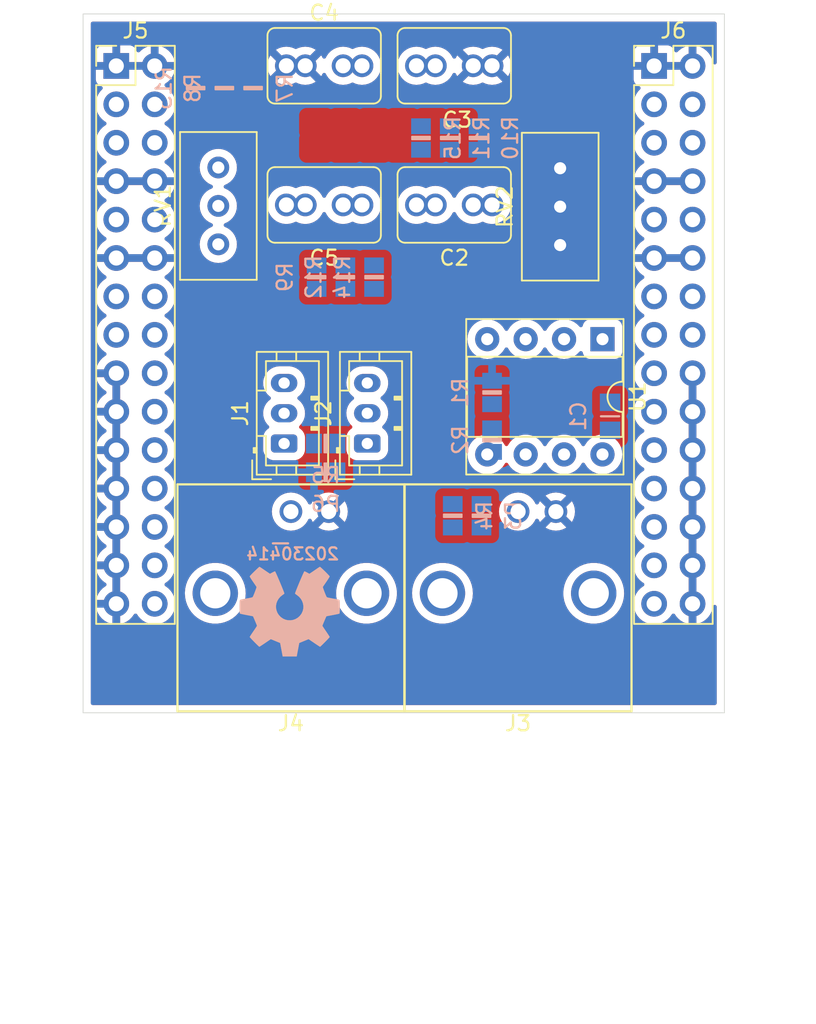
<source format=kicad_pcb>
(kicad_pcb (version 20211014) (generator pcbnew)
  (layers (0 "F.Cu" signal) (31 "B.Cu" signal) (34 "B.Paste" user) (35 "F.Paste" user) (36 "B.SilkS" user "B.Silkscreen") (37 "F.SilkS" user "F.Silkscreen") (38 "B.Mask" user) (39 "F.Mask" user) (44 "Edge.Cuts" user))
  (net 0 "")
  (net 1 "/FILT_IN")
  (net 2 "GND")
  (net 3 "+15V")
  (net 4 "-15V")
  (net 31 "Net-(C2-Pad2)")
  (net 32 "Net-(C3-Pad2)")
  (net 33 "/FILT_OUT")
  (net 34 "/ATT_IN")
  (net 35 "Net-(R1-Pad2)")
  (net 36 "Net-(R2-Pad2)")
  (net 40 "/OUTPUT")
  (net 41 "/ATT_OUT")
  (net 42 "Net-(R7-Pad1)")
  (net 43 "Net-(R7-Pad2)")
  (net 44 "Net-(R9-Pad1)")
  (net 45 "Net-(R10-Pad2)")
  (net 46 "Net-(RV2-Pad3)")
  (net 47 "Net-(J4-Pad1)")
  (net 48 "Net-(U1-Pad3)")
  (footprint "SquantorRcl:C-025_050-050X100-film" (layer "F.Cu") (at 83.3 49.525 180)
    (fp_text reference "C3" (at -0.2 -3.575) (layer "F.SilkS"))
    (fp_text value "D")
    (fp_line (start 3.75 2) (end 3.75 -2) (layer "F.SilkS") (width 0.12))
    (fp_line (start 3.25 -2.5) (end -3.25 -2.5) (layer "F.SilkS") (width 0.12))
    (fp_line (start -3.75 -2) (end -3.75 2) (layer "F.SilkS") (width 0.12))
    (fp_line (start -3.25 2.5) (end 3.25 2.5) (layer "F.SilkS") (width 0.12))
    (fp_arc (start -3.25 2.5) (mid -3.603553 2.353553) (end -3.75 2) (layer "F.SilkS") (width 0.12))
    (fp_arc (start 3.75 2) (mid 3.603553 2.353553) (end 3.25 2.5) (layer "F.SilkS") (width 0.12))
    (fp_arc (start 3.25 -2.5) (mid 3.603553 -2.353553) (end 3.75 -2) (layer "F.SilkS") (width 0.12))
    (fp_arc (start -3.75 -2) (mid -3.603553 -2.353553) (end -3.25 -2.5) (layer "F.SilkS") (width 0.12))
    (pad "1" thru_hole circle (at -1.25 0 180) (size 1.5 1.5) (drill 1) (layers *.Cu *.Mask) (net 2 "GND"))
    (pad "1" thru_hole circle (at -2.5 0 180) (size 1.5 1.5) (drill 1) (layers *.Cu *.Mask) (net 2 "GND"))
    (pad "2" thru_hole circle (at 1.25 0 180) (size 1.5 1.5) (drill 1) (layers *.Cu *.Mask) (net 32 "Net-(C3-Pad2)"))
    (pad "2" thru_hole circle (at 2.5 0 180) (size 1.5 1.5) (drill 1) (layers *.Cu *.Mask) (net 32 "Net-(C3-Pad2)"))
  )
  (footprint "Connector_PinHeader_2.54mm:PinHeader_2x15_P2.54mm_Vertical" (layer "F.Cu") (at 60.955 49.535)
    (fp_text reference "J5" (at 1.27 -2.33) (layer "F.SilkS"))
    (fp_text value "module_2x15_left_input")
    (fp_line (start 1.27 1.27) (end 1.27 -1.33) (layer "F.SilkS") (width 0.12))
    (fp_line (start -1.33 1.27) (end 1.27 1.27) (layer "F.SilkS") (width 0.12))
    (fp_line (start 3.87 -1.33) (end 3.87 36.89) (layer "F.SilkS") (width 0.12))
    (fp_line (start -1.33 -1.33) (end 0 -1.33) (layer "F.SilkS") (width 0.12))
    (fp_line (start -1.33 1.27) (end -1.33 36.89) (layer "F.SilkS") (width 0.12))
    (fp_line (start 1.27 -1.33) (end 3.87 -1.33) (layer "F.SilkS") (width 0.12))
    (fp_line (start -1.33 36.89) (end 3.87 36.89) (layer "F.SilkS") (width 0.12))
    (fp_line (start -1.33 0) (end -1.33 -1.33) (layer "F.SilkS") (width 0.12))
    (pad "1" thru_hole rect (at 0 0) (size 1.7 1.7) (drill 1) (layers *.Cu *.Mask) (net 2 "GND"))
    (pad "2" thru_hole oval (at 2.54 0) (size 1.7 1.7) (drill 1) (layers *.Cu *.Mask) (net 2 "GND"))
    (pad "3" thru_hole oval (at 0 2.54) (size 1.7 1.7) (drill 1) (layers *.Cu *.Mask) (net 3 "+15V"))
    (pad "4" thru_hole oval (at 2.54 2.54) (size 1.7 1.7) (drill 1) (layers *.Cu *.Mask) (net 3 "+15V"))
    (pad "5" thru_hole oval (at 0 5.08) (size 1.7 1.7) (drill 1) (layers *.Cu *.Mask) (net 4 "-15V"))
    (pad "6" thru_hole oval (at 2.54 5.08) (size 1.7 1.7) (drill 1) (layers *.Cu *.Mask) (net 4 "-15V"))
    (pad "7" thru_hole oval (at 0 7.62) (size 1.7 1.7) (drill 1) (layers *.Cu *.Mask) (net 2 "GND"))
    (pad "8" thru_hole oval (at 2.54 7.62) (size 1.7 1.7) (drill 1) (layers *.Cu *.Mask) (net 2 "GND"))
    (pad "9" thru_hole oval (at 0 10.16) (size 1.7 1.7) (drill 1) (layers *.Cu *.Mask))
    (pad "10" thru_hole oval (at 2.54 10.16) (size 1.7 1.7) (drill 1) (layers *.Cu *.Mask))
    (pad "11" thru_hole oval (at 0 12.7) (size 1.7 1.7) (drill 1) (layers *.Cu *.Mask) (net 2 "GND"))
    (pad "12" thru_hole oval (at 2.54 12.7) (size 1.7 1.7) (drill 1) (layers *.Cu *.Mask) (net 2 "GND"))
    (pad "13" thru_hole oval (at 0 15.24) (size 1.7 1.7) (drill 1) (layers *.Cu *.Mask))
    (pad "14" thru_hole oval (at 2.54 15.24) (size 1.7 1.7) (drill 1) (layers *.Cu *.Mask))
    (pad "15" thru_hole oval (at 0 17.78) (size 1.7 1.7) (drill 1) (layers *.Cu *.Mask))
    (pad "16" thru_hole oval (at 2.54 17.78) (size 1.7 1.7) (drill 1) (layers *.Cu *.Mask))
    (pad "17" thru_hole oval (at 0 20.32) (size 1.7 1.7) (drill 1) (layers *.Cu *.Mask) (net 2 "GND"))
    (pad "18" thru_hole oval (at 2.54 20.32) (size 1.7 1.7) (drill 1) (layers *.Cu *.Mask))
    (pad "19" thru_hole oval (at 0 22.86) (size 1.7 1.7) (drill 1) (layers *.Cu *.Mask) (net 2 "GND"))
    (pad "20" thru_hole oval (at 2.54 22.86) (size 1.7 1.7) (drill 1) (layers *.Cu *.Mask))
    (pad "21" thru_hole oval (at 0 25.4) (size 1.7 1.7) (drill 1) (layers *.Cu *.Mask) (net 2 "GND"))
    (pad "22" thru_hole oval (at 2.54 25.4) (size 1.7 1.7) (drill 1) (layers *.Cu *.Mask))
    (pad "23" thru_hole oval (at 0 27.94) (size 1.7 1.7) (drill 1) (layers *.Cu *.Mask) (net 2 "GND"))
    (pad "24" thru_hole oval (at 2.54 27.94) (size 1.7 1.7) (drill 1) (layers *.Cu *.Mask))
    (pad "25" thru_hole oval (at 0 30.48) (size 1.7 1.7) (drill 1) (layers *.Cu *.Mask) (net 2 "GND"))
    (pad "26" thru_hole oval (at 2.54 30.48) (size 1.7 1.7) (drill 1) (layers *.Cu *.Mask))
    (pad "27" thru_hole oval (at 0 33.02) (size 1.7 1.7) (drill 1) (layers *.Cu *.Mask) (net 2 "GND"))
    (pad "28" thru_hole oval (at 2.54 33.02) (size 1.7 1.7) (drill 1) (layers *.Cu *.Mask))
    (pad "29" thru_hole oval (at 0 35.56) (size 1.7 1.7) (drill 1) (layers *.Cu *.Mask) (net 2 "GND"))
    (pad "30" thru_hole oval (at 2.54 35.56) (size 1.7 1.7) (drill 1) (layers *.Cu *.Mask))
  )
  (footprint "SquantorRcl:C-025_050-050X100-film" (layer "F.Cu") (at 83.3 58.725 180)
    (fp_text reference "C2" (at 0 -3.5) (layer "F.SilkS"))
    (fp_text value "D")
    (fp_line (start 3.25 -2.5) (end -3.25 -2.5) (layer "F.SilkS") (width 0.12))
    (fp_line (start -3.25 2.5) (end 3.25 2.5) (layer "F.SilkS") (width 0.12))
    (fp_line (start -3.75 -2) (end -3.75 2) (layer "F.SilkS") (width 0.12))
    (fp_line (start 3.75 2) (end 3.75 -2) (layer "F.SilkS") (width 0.12))
    (fp_arc (start -3.75 -2) (mid -3.603553 -2.353553) (end -3.25 -2.5) (layer "F.SilkS") (width 0.12))
    (fp_arc (start -3.25 2.5) (mid -3.603553 2.353553) (end -3.75 2) (layer "F.SilkS") (width 0.12))
    (fp_arc (start 3.25 -2.5) (mid 3.603553 -2.353553) (end 3.75 -2) (layer "F.SilkS") (width 0.12))
    (fp_arc (start 3.75 2) (mid 3.603553 2.353553) (end 3.25 2.5) (layer "F.SilkS") (width 0.12))
    (pad "1" thru_hole circle (at -2.5 0 180) (size 1.5 1.5) (drill 1) (layers *.Cu *.Mask) (net 1 "/FILT_IN"))
    (pad "1" thru_hole circle (at -1.25 0 180) (size 1.5 1.5) (drill 1) (layers *.Cu *.Mask) (net 1 "/FILT_IN"))
    (pad "2" thru_hole circle (at 1.25 0 180) (size 1.5 1.5) (drill 1) (layers *.Cu *.Mask) (net 31 "Net-(C2-Pad2)"))
    (pad "2" thru_hole circle (at 2.5 0 180) (size 1.5 1.5) (drill 1) (layers *.Cu *.Mask) (net 31 "Net-(C2-Pad2)"))
  )
  (footprint "Package_DIP:DIP-8_W7.62mm_Socket" (layer "F.Cu") (at 93.1 67.6 -90)
    (fp_text reference "U1" (at 3.81 -2.33 90) (layer "F.SilkS"))
    (fp_text value "opamp_single_8pin")
    (fp_line (start 8.95 9.01) (end 8.95 -1.39) (layer "F.SilkS") (width 0.12))
    (fp_line (start 6.46 8.95) (end 6.46 -1.33) (layer "F.SilkS") (width 0.12))
    (fp_line (start -1.33 -1.39) (end -1.33 9.01) (layer "F.SilkS") (width 0.12))
    (fp_line (start -1.33 9.01) (end 8.95 9.01) (layer "F.SilkS") (width 0.12))
    (fp_line (start 6.46 -1.33) (end 4.81 -1.33) (layer "F.SilkS") (width 0.12))
    (fp_line (start 8.95 -1.39) (end -1.33 -1.39) (layer "F.SilkS") (width 0.12))
    (fp_line (start 1.16 8.95) (end 6.46 8.95) (layer "F.SilkS") (width 0.12))
    (fp_line (start 2.81 -1.33) (end 1.16 -1.33) (layer "F.SilkS") (width 0.12))
    (fp_line (start 1.16 -1.33) (end 1.16 8.95) (layer "F.SilkS") (width 0.12))
    (fp_arc (start 4.81 -1.33) (mid 3.81 -0.33) (end 2.81 -1.33) (layer "F.SilkS") (width 0.12))
    (pad "1" thru_hole rect (at 0 0 270) (size 1.6 1.6) (drill 0.8) (layers *.Cu *.Mask))
    (pad "2" thru_hole oval (at 0 2.54 270) (size 1.6 1.6) (drill 0.8) (layers *.Cu *.Mask) (net 35 "Net-(R1-Pad2)"))
    (pad "3" thru_hole oval (at 0 5.08 270) (size 1.6 1.6) (drill 0.8) (layers *.Cu *.Mask) (net 48 "Net-(U1-Pad3)"))
    (pad "4" thru_hole oval (at 0 7.62 270) (size 1.6 1.6) (drill 0.8) (layers *.Cu *.Mask) (net 4 "-15V"))
    (pad "5" thru_hole oval (at 7.62 7.62 270) (size 1.6 1.6) (drill 0.8) (layers *.Cu *.Mask))
    (pad "6" thru_hole oval (at 7.62 5.08 270) (size 1.6 1.6) (drill 0.8) (layers *.Cu *.Mask) (net 36 "Net-(R2-Pad2)"))
    (pad "7" thru_hole oval (at 7.62 2.54 270) (size 1.6 1.6) (drill 0.8) (layers *.Cu *.Mask) (net 3 "+15V"))
    (pad "8" thru_hole oval (at 7.62 0 270) (size 1.6 1.6) (drill 0.8) (layers *.Cu *.Mask))
  )
  (footprint "SquantorRcl:C-025_050-050X100-film" (layer "F.Cu") (at 74.7 58.725 180)
    (fp_text reference "C5" (at 0 -3.5) (layer "F.SilkS"))
    (fp_text value "D")
    (fp_line (start -3.75 -2) (end -3.75 2) (layer "F.SilkS") (width 0.12))
    (fp_line (start 3.75 2) (end 3.75 -2) (layer "F.SilkS") (width 0.12))
    (fp_line (start -3.25 2.5) (end 3.25 2.5) (layer "F.SilkS") (width 0.12))
    (fp_line (start 3.25 -2.5) (end -3.25 -2.5) (layer "F.SilkS") (width 0.12))
    (fp_arc (start -3.75 -2) (mid -3.603553 -2.353553) (end -3.25 -2.5) (layer "F.SilkS") (width 0.12))
    (fp_arc (start -3.25 2.5) (mid -3.603553 2.353553) (end -3.75 2) (layer "F.SilkS") (width 0.12))
    (fp_arc (start 3.25 -2.5) (mid 3.603553 -2.353553) (end 3.75 -2) (layer "F.SilkS") (width 0.12))
    (fp_arc (start 3.75 2) (mid 3.603553 2.353553) (end 3.25 2.5) (layer "F.SilkS") (width 0.12))
    (pad "1" thru_hole circle (at -2.5 0 180) (size 1.5 1.5) (drill 1) (layers *.Cu *.Mask) (net 31 "Net-(C2-Pad2)"))
    (pad "1" thru_hole circle (at -1.25 0 180) (size 1.5 1.5) (drill 1) (layers *.Cu *.Mask) (net 31 "Net-(C2-Pad2)"))
    (pad "2" thru_hole circle (at 1.25 0 180) (size 1.5 1.5) (drill 1) (layers *.Cu *.Mask) (net 33 "/FILT_OUT"))
    (pad "2" thru_hole circle (at 2.5 0 180) (size 1.5 1.5) (drill 1) (layers *.Cu *.Mask) (net 33 "/FILT_OUT"))
  )
  (footprint "Connector_JST:JST_PH_B3B-PH-K_1x03_P2.00mm_Vertical" (layer "F.Cu") (at 72.05 74.5 90)
    (fp_text reference "J1" (at 2 -2.9 90) (layer "F.SilkS"))
    (fp_text value "Conn_01x03")
    (fp_line (start 0.5 -1.81) (end 0.5 -1.2) (layer "F.SilkS") (width 0.12))
    (fp_line (start 6.06 2.91) (end 6.06 -1.81) (layer "F.SilkS") (width 0.12))
    (fp_line (start 0.9 1.8) (end 1.1 1.8) (layer "F.SilkS") (width 0.12))
    (fp_line (start 1 2.3) (end 1 1.8) (layer "F.SilkS") (width 0.12))
    (fp_line (start -2.06 -0.5) (end -1.45 -0.5) (layer "F.SilkS") (width 0.12))
    (fp_line (start 2.9 1.8) (end 3.1 1.8) (layer "F.SilkS") (width 0.12))
    (fp_line (start 3.1 1.8) (end 3.1 2.3) (layer "F.SilkS") (width 0.12))
    (fp_line (start -2.06 -1.81) (end -2.06 2.91) (layer "F.SilkS") (width 0.12))
    (fp_line (start -2.06 0.8) (end -1.45 0.8) (layer "F.SilkS") (width 0.12))
    (fp_line (start 1.1 1.8) (end 1.1 2.3) (layer "F.SilkS") (width 0.12))
    (fp_line (start 3 2.3) (end 3 1.8) (layer "F.SilkS") (width 0.12))
    (fp_line (start 6.06 -0.5) (end 5.45 -0.5) (layer "F.SilkS") (width 0.12))
    (fp_line (start 3.5 -1.2) (end 3.5 -1.81) (layer "F.SilkS") (width 0.12))
    (fp_line (start -2.36 -2.11) (end -2.36 -0.86) (layer "F.SilkS") (width 0.12))
    (fp_line (start 5.45 2.3) (end 5.45 -1.2) (layer "F.SilkS") (width 0.12))
    (fp_line (start 2.9 2.3) (end 2.9 1.8) (layer "F.SilkS") (width 0.12))
    (fp_line (start -0.3 -1.81) (end -0.3 -2.01) (layer "F.SilkS") (width 0.12))
    (fp_line (start -1.11 -2.11) (end -2.36 -2.11) (layer "F.SilkS") (width 0.12))
    (fp_line (start 0.5 -1.2) (end -1.45 -1.2) (layer "F.SilkS") (width 0.12))
    (fp_line (start -0.3 -2.01) (end -0.6 -2.01) (layer "F.SilkS") (width 0.12))
    (fp_line (start -2.06 2.91) (end 6.06 2.91) (layer "F.SilkS") (width 0.12))
    (fp_line (start -1.45 -1.2) (end -1.45 2.3) (layer "F.SilkS") (width 0.12))
    (fp_line (start 6.06 0.8) (end 5.45 0.8) (layer "F.SilkS") (width 0.12))
    (fp_line (start -0.6 -2.01) (end -0.6 -1.81) (layer "F.SilkS") (width 0.12))
    (fp_line (start 5.45 -1.2) (end 3.5 -1.2) (layer "F.SilkS") (width 0.12))
    (fp_line (start 6.06 -1.81) (end -2.06 -1.81) (layer "F.SilkS") (width 0.12))
    (fp_line (start 0.9 2.3) (end 0.9 1.8) (layer "F.SilkS") (width 0.12))
    (fp_line (start -0.3 -1.91) (end -0.6 -1.91) (layer "F.SilkS") (width 0.12))
    (fp_line (start -1.45 2.3) (end 5.45 2.3) (layer "F.SilkS") (width 0.12))
    (pad "1" thru_hole roundrect (at 0 0 90) (size 1.2 1.75) (drill 0.75) (layers *.Cu *.Mask) (roundrect_rratio 0.208333) (net 34 "/ATT_IN"))
    (pad "2" thru_hole oval (at 2 0 90) (size 1.2 1.75) (drill 0.75) (layers *.Cu *.Mask) (net 47 "Net-(J4-Pad1)"))
    (pad "3" thru_hole oval (at 4 0 90) (size 1.2 1.75) (drill 0.75) (layers *.Cu *.Mask) (net 1 "/FILT_IN"))
  )
  (footprint "SquantorConnectors:Conn_BNC_RightAngle_TH" (layer "F.Cu") (at 87.52 84.4 180)
    (fp_text reference "J3" (at 0 -8.6) (layer "F.SilkS"))
    (fp_text value "Output")
    (fp_line (start -7.5 -7.8) (end 7.5 -7.8) (layer "F.SilkS") (width 0.15))
    (fp_line (start -7.5 7.2) (end -7.5 -7.8) (layer "F.SilkS") (width 0.15))
    (fp_line (start -7.5 7.2) (end 7.5 7.2) (layer "F.SilkS") (width 0.15))
    (fp_line (start 7.5 -7.8) (end 7.5 7.2) (layer "F.SilkS") (width 0.15))
    (pad "1" thru_hole circle locked (at 0 5.4 180) (size 1.5 1.5) (drill 1) (layers *.Cu *.Mask) (net 40 "/OUTPUT"))
    (pad "2" thru_hole circle locked (at -2.5 5.4 180) (size 1.5 1.5) (drill 1) (layers *.Cu *.Mask) (net 2 "GND"))
    (pad "mount" thru_hole circle locked (at 5 0 180) (size 3 3) (drill 2) (layers *.Cu *.Mask))
    (pad "mount" thru_hole circle locked (at -5 0 180) (size 3 3) (drill 2) (layers *.Cu *.Mask))
  )
  (footprint "Potentiometer_THT:Potentiometer_Bourns_3296W_Vertical" (layer "F.Cu") (at 90.3 56.3 90)
    (fp_text reference "RV2" (at -2.54 -3.66 90) (layer "F.SilkS"))
    (fp_text value "E")
    (fp_line (start -7.425 2.54) (end 2.345 2.54) (layer "F.SilkS") (width 0.12))
    (fp_line (start -7.425 -2.53) (end -7.425 2.54) (layer "F.SilkS") (width 0.12))
    (fp_line (start -7.425 -2.53) (end 2.345 -2.53) (layer "F.SilkS") (width 0.12))
    (fp_line (start 2.345 -2.53) (end 2.345 2.54) (layer "F.SilkS") (width 0.12))
    (pad "1" thru_hole circle (at 0 0 90) (size 1.44 1.44) (drill 0.8) (layers *.Cu *.Mask) (net 2 "GND"))
    (pad "2" thru_hole circle (at -2.54 0 90) (size 1.44 1.44) (drill 0.8) (layers *.Cu *.Mask) (net 2 "GND"))
    (pad "3" thru_hole circle (at -5.08 0 90) (size 1.44 1.44) (drill 0.8) (layers *.Cu *.Mask) (net 46 "Net-(RV2-Pad3)"))
  )
  (footprint "Connector_JST:JST_PH_B3B-PH-K_1x03_P2.00mm_Vertical" (layer "F.Cu") (at 77.55 74.5 90)
    (fp_text reference "J2" (at 2 -2.9 90) (layer "F.SilkS"))
    (fp_text value "Conn_01x03")
    (fp_line (start 6.06 0.8) (end 5.45 0.8) (layer "F.SilkS") (width 0.12))
    (fp_line (start -2.06 0.8) (end -1.45 0.8) (layer "F.SilkS") (width 0.12))
    (fp_line (start 0.5 -1.81) (end 0.5 -1.2) (layer "F.SilkS") (width 0.12))
    (fp_line (start -0.3 -2.01) (end -0.6 -2.01) (layer "F.SilkS") (width 0.12))
    (fp_line (start 2.9 2.3) (end 2.9 1.8) (layer "F.SilkS") (width 0.12))
    (fp_line (start 3 2.3) (end 3 1.8) (layer "F.SilkS") (width 0.12))
    (fp_line (start -0.3 -1.91) (end -0.6 -1.91) (layer "F.SilkS") (width 0.12))
    (fp_line (start 6.06 -1.81) (end -2.06 -1.81) (layer "F.SilkS") (width 0.12))
    (fp_line (start -0.3 -1.81) (end -0.3 -2.01) (layer "F.SilkS") (width 0.12))
    (fp_line (start -2.36 -2.11) (end -2.36 -0.86) (layer "F.SilkS") (width 0.12))
    (fp_line (start 5.45 -1.2) (end 3.5 -1.2) (layer "F.SilkS") (width 0.12))
    (fp_line (start -1.45 -1.2) (end -1.45 2.3) (layer "F.SilkS") (width 0.12))
    (fp_line (start -2.06 -0.5) (end -1.45 -0.5) (layer "F.SilkS") (width 0.12))
    (fp_line (start 0.9 2.3) (end 0.9 1.8) (layer "F.SilkS") (width 0.12))
    (fp_line (start 1 2.3) (end 1 1.8) (layer "F.SilkS") (width 0.12))
    (fp_line (start 5.45 2.3) (end 5.45 -1.2) (layer "F.SilkS") (width 0.12))
    (fp_line (start 2.9 1.8) (end 3.1 1.8) (layer "F.SilkS") (width 0.12))
    (fp_line (start 1.1 1.8) (end 1.1 2.3) (layer "F.SilkS") (width 0.12))
    (fp_line (start 6.06 -0.5) (end 5.45 -0.5) (layer "F.SilkS") (width 0.12))
    (fp_line (start 3.5 -1.2) (end 3.5 -1.81) (layer "F.SilkS") (width 0.12))
    (fp_line (start -2.06 -1.81) (end -2.06 2.91) (layer "F.SilkS") (width 0.12))
    (fp_line (start 0.5 -1.2) (end -1.45 -1.2) (layer "F.SilkS") (width 0.12))
    (fp_line (start -1.45 2.3) (end 5.45 2.3) (layer "F.SilkS") (width 0.12))
    (fp_line (start 3.1 1.8) (end 3.1 2.3) (layer "F.SilkS") (width 0.12))
    (fp_line (start -2.06 2.91) (end 6.06 2.91) (layer "F.SilkS") (width 0.12))
    (fp_line (start -1.11 -2.11) (end -2.36 -2.11) (layer "F.SilkS") (width 0.12))
    (fp_line (start -0.6 -2.01) (end -0.6 -1.81) (layer "F.SilkS") (width 0.12))
    (fp_line (start 0.9 1.8) (end 1.1 1.8) (layer "F.SilkS") (width 0.12))
    (fp_line (start 6.06 2.91) (end 6.06 -1.81) (layer "F.SilkS") (width 0.12))
    (pad "1" thru_hole roundrect (at 0 0 90) (size 1.2 1.75) (drill 0.75) (layers *.Cu *.Mask) (roundrect_rratio 0.208333) (net 41 "/ATT_OUT"))
    (pad "2" thru_hole oval (at 2 0 90) (size 1.2 1.75) (drill 0.75) (layers *.Cu *.Mask) (net 48 "Net-(U1-Pad3)"))
    (pad "3" thru_hole oval (at 4 0 90) (size 1.2 1.75) (drill 0.75) (layers *.Cu *.Mask) (net 33 "/FILT_OUT"))
  )
  (footprint "Connector_PinHeader_2.54mm:PinHeader_2x15_P2.54mm_Vertical" (layer "F.Cu") (at 96.515 49.535)
    (fp_text reference "J6" (at 1.27 -2.33) (layer "F.SilkS"))
    (fp_text value "module_2x15_right_input")
    (fp_line (start -1.33 1.27) (end -1.33 36.89) (layer "F.SilkS") (width 0.12))
    (fp_line (start -1.33 0) (end -1.33 -1.33) (layer "F.SilkS") (width 0.12))
    (fp_line (start 1.27 1.27) (end 1.27 -1.33) (layer "F.SilkS") (width 0.12))
    (fp_line (start -1.33 36.89) (end 3.87 36.89) (layer "F.SilkS") (width 0.12))
    (fp_line (start -1.33 1.27) (end 1.27 1.27) (layer "F.SilkS") (width 0.12))
    (fp_line (start 1.27 -1.33) (end 3.87 -1.33) (layer "F.SilkS") (width 0.12))
    (fp_line (start 3.87 -1.33) (end 3.87 36.89) (layer "F.SilkS") (width 0.12))
    (fp_line (start -1.33 -1.33) (end 0 -1.33) (layer "F.SilkS") (width 0.12))
    (pad "1" thru_hole rect (at 0 0) (size 1.7 1.7) (drill 1) (layers *.Cu *.Mask) (net 2 "GND"))
    (pad "2" thru_hole oval (at 2.54 0) (size 1.7 1.7) (drill 1) (layers *.Cu *.Mask) (net 2 "GND"))
    (pad "3" thru_hole oval (at 0 2.54) (size 1.7 1.7) (drill 1) (layers *.Cu *.Mask) (net 3 "+15V"))
    (pad "4" thru_hole oval (at 2.54 2.54) (size 1.7 1.7) (drill 1) (layers *.Cu *.Mask) (net 3 "+15V"))
    (pad "5" thru_hole oval (at 0 5.08) (size 1.7 1.7) (drill 1) (layers *.Cu *.Mask) (net 4 "-15V"))
    (pad "6" thru_hole oval (at 2.54 5.08) (size 1.7 1.7) (drill 1) (layers *.Cu *.Mask) (net 4 "-15V"))
    (pad "7" thru_hole oval (at 0 7.62) (size 1.7 1.7) (drill 1) (layers *.Cu *.Mask) (net 2 "GND"))
    (pad "8" thru_hole oval (at 2.54 7.62) (size 1.7 1.7) (drill 1) (layers *.Cu *.Mask) (net 2 "GND"))
    (pad "9" thru_hole oval (at 0 10.16) (size 1.7 1.7) (drill 1) (layers *.Cu *.Mask))
    (pad "10" thru_hole oval (at 2.54 10.16) (size 1.7 1.7) (drill 1) (layers *.Cu *.Mask))
    (pad "11" thru_hole oval (at 0 12.7) (size 1.7 1.7) (drill 1) (layers *.Cu *.Mask) (net 2 "GND"))
    (pad "12" thru_hole oval (at 2.54 12.7) (size 1.7 1.7) (drill 1) (layers *.Cu *.Mask) (net 2 "GND"))
    (pad "13" thru_hole oval (at 0 15.24) (size 1.7 1.7) (drill 1) (layers *.Cu *.Mask))
    (pad "14" thru_hole oval (at 2.54 15.24) (size 1.7 1.7) (drill 1) (layers *.Cu *.Mask))
    (pad "15" thru_hole oval (at 0 17.78) (size 1.7 1.7) (drill 1) (layers *.Cu *.Mask))
    (pad "16" thru_hole oval (at 2.54 17.78) (size 1.7 1.7) (drill 1) (layers *.Cu *.Mask))
    (pad "17" thru_hole oval (at 0 20.32) (size 1.7 1.7) (drill 1) (layers *.Cu *.Mask))
    (pad "18" thru_hole oval (at 2.54 20.32) (size 1.7 1.7) (drill 1) (layers *.Cu *.Mask) (net 2 "GND"))
    (pad "19" thru_hole oval (at 0 22.86) (size 1.7 1.7) (drill 1) (layers *.Cu *.Mask))
    (pad "20" thru_hole oval (at 2.54 22.86) (size 1.7 1.7) (drill 1) (layers *.Cu *.Mask) (net 2 "GND"))
    (pad "21" thru_hole oval (at 0 25.4) (size 1.7 1.7) (drill 1) (layers *.Cu *.Mask))
    (pad "22" thru_hole oval (at 2.54 25.4) (size 1.7 1.7) (drill 1) (layers *.Cu *.Mask) (net 2 "GND"))
    (pad "23" thru_hole oval (at 0 27.94) (size 1.7 1.7) (drill 1) (layers *.Cu *.Mask))
    (pad "24" thru_hole oval (at 2.54 27.94) (size 1.7 1.7) (drill 1) (layers *.Cu *.Mask) (net 2 "GND"))
    (pad "25" thru_hole oval (at 0 30.48) (size 1.7 1.7) (drill 1) (layers *.Cu *.Mask))
    (pad "26" thru_hole oval (at 2.54 30.48) (size 1.7 1.7) (drill 1) (layers *.Cu *.Mask) (net 2 "GND"))
    (pad "27" thru_hole oval (at 0 33.02) (size 1.7 1.7) (drill 1) (layers *.Cu *.Mask))
    (pad "28" thru_hole oval (at 2.54 33.02) (size 1.7 1.7) (drill 1) (layers *.Cu *.Mask) (net 2 "GND"))
    (pad "29" thru_hole oval (at 0 35.56) (size 1.7 1.7) (drill 1) (layers *.Cu *.Mask))
    (pad "30" thru_hole oval (at 2.54 35.56) (size 1.7 1.7) (drill 1) (layers *.Cu *.Mask) (net 2 "GND"))
  )
  (footprint "SquantorRcl:C-025_050-050X100-film" (layer "F.Cu") (at 74.7 49.525)
    (fp_text reference "C4" (at 0 -3.5) (layer "F.SilkS"))
    (fp_text value "D")
    (fp_line (start 3.25 -2.5) (end -3.25 -2.5) (layer "F.SilkS") (width 0.12))
    (fp_line (start -3.25 2.5) (end 3.25 2.5) (layer "F.SilkS") (width 0.12))
    (fp_line (start 3.75 2) (end 3.75 -2) (layer "F.SilkS") (width 0.12))
    (fp_line (start -3.75 -2) (end -3.75 2) (layer "F.SilkS") (width 0.12))
    (fp_arc (start -3.75 -2) (mid -3.603553 -2.353553) (end -3.25 -2.5) (layer "F.SilkS") (width 0.12))
    (fp_arc (start -3.25 2.5) (mid -3.603553 2.353553) (end -3.75 2) (layer "F.SilkS") (width 0.12))
    (fp_arc (start 3.75 2) (mid 3.603553 2.353553) (end 3.25 2.5) (layer "F.SilkS") (width 0.12))
    (fp_arc (start 3.25 -2.5) (mid 3.603553 -2.353553) (end 3.75 -2) (layer "F.SilkS") (width 0.12))
    (pad "1" thru_hole circle (at -2.5 0) (size 1.5 1.5) (drill 1) (layers *.Cu *.Mask) (net 2 "GND"))
    (pad "1" thru_hole circle (at -1.25 0) (size 1.5 1.5) (drill 1) (layers *.Cu *.Mask) (net 2 "GND"))
    (pad "2" thru_hole circle (at 1.25 0) (size 1.5 1.5) (drill 1) (layers *.Cu *.Mask) (net 32 "Net-(C3-Pad2)"))
    (pad "2" thru_hole circle (at 2.5 0) (size 1.5 1.5) (drill 1) (layers *.Cu *.Mask) (net 32 "Net-(C3-Pad2)"))
  )
  (footprint "Potentiometer_THT:Potentiometer_Bourns_3296W_Vertical" (layer "F.Cu") (at 67.7 56.25 90)
    (fp_text reference "RV1" (at -2.54 -3.66 90) (layer "F.SilkS"))
    (fp_text value "E")
    (fp_line (start -7.425 -2.53) (end 2.345 -2.53) (layer "F.SilkS") (width 0.12))
    (fp_line (start 2.345 -2.53) (end 2.345 2.54) (layer "F.SilkS") (width 0.12))
    (fp_line (start -7.425 -2.53) (end -7.425 2.54) (layer "F.SilkS") (width 0.12))
    (fp_line (start -7.425 2.54) (end 2.345 2.54) (layer "F.SilkS") (width 0.12))
    (pad "1" thru_hole circle (at 0 0 90) (size 1.44 1.44) (drill 0.8) (layers *.Cu *.Mask) (net 42 "Net-(R7-Pad1)"))
    (pad "2" thru_hole circle (at -2.54 0 90) (size 1.44 1.44) (drill 0.8) (layers *.Cu *.Mask) (net 1 "/FILT_IN"))
    (pad "3" thru_hole circle (at -5.08 0 90) (size 1.44 1.44) (drill 0.8) (layers *.Cu *.Mask) (net 1 "/FILT_IN"))
  )
  (footprint "SquantorConnectors:Conn_BNC_RightAngle_TH" (layer "F.Cu") (at 72.5 84.4 180)
    (fp_text reference "J4" (at 0 -8.6) (layer "F.SilkS"))
    (fp_text value "In")
    (fp_line (start -7.5 7.2) (end 7.5 7.2) (layer "F.SilkS") (width 0.15))
    (fp_line (start 7.5 -7.8) (end 7.5 7.2) (layer "F.SilkS") (width 0.15))
    (fp_line (start -7.5 7.2) (end -7.5 -7.8) (layer "F.SilkS") (width 0.15))
    (fp_line (start -7.5 -7.8) (end 7.5 -7.8) (layer "F.SilkS") (width 0.15))
    (pad "1" thru_hole circle locked (at 0 5.4 180) (size 1.5 1.5) (drill 1) (layers *.Cu *.Mask) (net 47 "Net-(J4-Pad1)"))
    (pad "2" thru_hole circle locked (at -2.5 5.4 180) (size 1.5 1.5) (drill 1) (layers *.Cu *.Mask) (net 2 "GND"))
    (pad "mount" thru_hole circle locked (at 5 0 180) (size 3 3) (drill 2) (layers *.Cu *.Mask))
    (pad "mount" thru_hole circle locked (at -5 0 180) (size 3 3) (drill 2) (layers *.Cu *.Mask))
  )
  (footprint "SquantorLabels:Label_Generic" (layer "B.Cu") (at 71.810608 81.7)
    (fp_text reference "N1" hide)
    (fp_text value "20230414" (at 0.8 0.1) (layer "B.SilkS") (effects (font (size 0.8 0.8)) (justify mirror)))
    (fp_line (start -0.5 -0.6) (end 0.5 -0.6) (layer "B.SilkS") (width 0.15))
  )
  (footprint "Symbol:OSHW-Symbol_6.7x6mm_SilkScreen" (layer "B.Cu") (at 72.410608 85.6)
    (fp_text reference "N2" hide)
    (fp_text value "OHWLOGO" hide)
    (fp_poly (pts (xy 0.555814 2.531069) (xy 0.639635 2.086445) (xy 0.94892 1.958947) (xy 1.258206 1.831449) (xy 1.629246 2.083754) (xy 1.733157 2.154004) (xy 1.827087 2.216728) (xy 1.906652 2.269062) (xy 1.96747 2.308143) (xy 2.005157 2.331107) (xy 2.015421 2.336058) (xy 2.03391 2.323324) (xy 2.07342 2.288118) (xy 2.129522 2.234938) (xy 2.197787 2.168282) (xy 2.273786 2.092646) (xy 2.353092 2.012528) (xy 2.431275 1.932426) (xy 2.503907 1.856836) (xy 2.566559 1.790255) (xy 2.614803 1.737182) (xy 2.64421 1.702113) (xy 2.651241 1.690377) (xy 2.641123 1.66874) (xy 2.612759 1.621338) (xy 2.569129 1.552807) (xy 2.513218 1.467785) (xy 2.448006 1.370907) (xy 2.410219 1.31565) (xy 2.341343 1.214752) (xy 2.28014 1.123701) (xy 2.229578 1.04703) (xy 2.192628 0.989272) (xy 2.172258 0.954957) (xy 2.169197 0.947746) (xy 2.176136 0.927252) (xy 2.195051 0.879487) (xy 2.223087 0.811168) (xy 2.257391 0.729011) (xy 2.295109 0.63973) (xy 2.333387 0.550042) (xy 2.36937 0.466662) (xy 2.400206 0.396306) (xy 2.423039 0.34569) (xy 2.435017 0.321529) (xy 2.435724 0.320578) (xy 2.454531 0.315964) (xy 2.504618 0.305672) (xy 2.580793 0.290713) (xy 2.677865 0.272099) (xy 2.790643 0.250841) (xy 2.856442 0.238582) (xy 2.97695 0.215638) (xy 3.085797 0.193805) (xy 3.177476 0.174278) (xy 3.246481 0.158252) (xy 3.287304 0.146921) (xy 3.295511 0.143326) (xy 3.303548 0.118994) (xy 3.310033 0.064041) (xy 3.31497 -0.015108) (xy 3.318364 -0.112026) (xy 3.320218 -0.220287) (xy 3.320538 -0.333465) (xy 3.319327 -0.445135) (xy 3.31659 -0.548868) (xy 3.312331 -0.638241) (xy 3.306555 -0.706826) (xy 3.299267 -0.748197) (xy 3.294895 -0.75681) (xy 3.268764 -0.767133) (xy 3.213393 -0.781892) (xy 3.136107 -0.799352) (xy 3.04423 -0.81778) (xy 3.012158 -0.823741) (xy 2.857524 -0.852066) (xy 2.735375 -0.874876) (xy 2.641673 -0.89308) (xy 2.572384 -0.907583) (xy 2.523471 -0.919292) (xy 2.490897 -0.929115) (xy 2.470628 -0.937956) (xy 2.458626 -0.946724) (xy 2.456947 -0.948457) (xy 2.440184 -0.976371) (xy 2.414614 -1.030695) (xy 2.382788 -1.104777) (xy 2.34726 -1.191965) (xy 2.310583 -1.285608) (xy 2.275311 -1.379052) (xy 2.243996 -1.465647) (xy 2.219193 -1.53874) (xy 2.203454 -1.591678) (xy 2.199332 -1.617811) (xy 2.199676 -1.618726) (xy 2.213641 -1.640086) (xy 2.245322 -1.687084) (xy 2.291391 -1.754827) (xy 2.348518 -1.838423) (xy 2.413373 -1.932982) (xy 2.431843 -1.959854) (xy 2.497699 -2.057275) (xy 2.55565 -2.146163) (xy 2.602538 -2.221412) (xy 2.635207 -2.27792) (xy 2.6505 -2.310581) (xy 2.651241 -2.314593) (xy 2.638392 -2.335684) (xy 2.602888 -2.377464) (xy 2.549293 -2.435445) (xy 2.482171 -2.505135) (xy 2.406087 -2.582045) (xy 2.325604 -2.661683) (xy 2.245287 -2.739561) (xy 2.169699 -2.811186) (xy 2.103405 -2.87207) (xy 2.050969 -2.917721) (xy 2.016955 -2.94365) (xy 2.007545 -2.947883) (xy 1.985643 -2.937912) (xy 1.9408 -2.91102) (xy 1.880321 -2.871736) (xy 1.833789 -2.840117) (xy 1.749475 -2.782098) (xy 1.649626 -2.713784) (xy 1.549473 -2.645579) (xy 1.495627 -2.609075) (xy 1.313371 -2.4858) (xy 1.160381 -2.56852) (xy 1.090682 -2.604759) (xy 1.031414 -2.632926) (xy 0.991311 -2.648991) (xy 0.981103 -2.651226) (xy 0.968829 -2.634722) (xy 0.944613 -2.588082) (xy 0.910263 -2.515609) (xy 0.867588 -2.421606) (xy 0.818394 -2.310374) (xy 0.76449 -2.186215) (xy 0.707684 -2.053432) (xy 0.649782 -1.916327) (xy 0.592593 -1.779202) (xy 0.537924 -1.646358) (xy 0.487584 -1.522098) (xy 0.44338 -1.410725) (xy 0.407119 -1.316539) (xy 0.380609 -1.243844) (xy 0.365658 -1.196941) (xy 0.363254 -1.180833) (xy 0.382311 -1.160286) (xy 0.424036 -1.126933) (xy 0.479706 -1.087702) (xy 0.484378 -1.084599) (xy 0.628264 -0.969423) (xy 0.744283 -0.835053) (xy 0.83143 -0.685784) (xy 0.888699 -0.525913) (xy 0.915086 -0.359737) (xy 0.909585 -0.191552) (xy 0.87119 -0.025655) (xy 0.798895 0.133658) (xy 0.777626 0.168513) (xy 0.666996 0.309263) (xy 0.536302 0.422286) (xy 0.390064 0.506997) (xy 0.232808 0.562806) (xy 0.069057 0.589126) (xy -0.096667 0.58537) (xy -0.259838 0.55095) (xy -0.415935 0.485277) (xy -0.560433 0.387765) (xy -0.605131 0.348187) (xy -0.718888 0.224297) (xy -0.801782 0.093876) (xy -0.858644 -0.052315) (xy -0.890313 -0.197088) (xy -0.898131 -0.35986) (xy -0.872062 -0.52344) (xy -0.814755 -0.682298) (xy -0.728856 -0.830906) (xy -0.617014 -0.963735) (xy -0.481877 -1.075256) (xy -0.464117 -1.087011) (xy -0.40785 -1.125508) (xy -0.365077 -1.158863) (xy -0.344628 -1.18016) (xy -0.344331 -1.180833) (xy -0.348721 -1.203871) (xy -0.366124 -1.256157) (xy -0.394732 -1.33339) (xy -0.432735 -1.431268) (xy -0.478326 -1.545491) (xy -0.529697 -1.671758) (xy -0.585038 -1.805767) (xy -0.642542 -1.943218) (xy -0.700399 -2.079808) (xy -0.756802 -2.211237) (xy -0.809942 -2.333205) (xy -0.85801 -2.441409) (xy -0.899199 -2.531549) (xy -0.931699 -2.599323) (xy -0.953703 -2.64043) (xy -0.962564 -2.651226) (xy -0.98964 -2.642819) (xy -1.040303 -2.620272) (xy -1.105817 -2.587613) (xy -1.141841 -2.56852) (xy -1.294832 -2.4858) (xy -1.477088 -2.609075) (xy -1.570125 -2.672228) (xy -1.671985 -2.741727) (xy -1.767438 -2.807165) (xy -1.81525 -2.840117) (xy -1.882495 -2.885273) (xy -1.939436 -2.921057) (xy -1.978646 -2.942938) (xy -1.991381 -2.947563) (xy -2.009917 -2.935085) (xy -2.050941 -2.900252) (xy -2.110475 -2.846678) (xy -2.184542 -2.777983) (xy -2.269165 -2.697781) (xy -2.322685 -2.646286) (xy -2.416319 -2.554286) (xy -2.497241 -2.471999) (xy -2.562177 -2.402945) (xy -2.607858 -2.350644) (xy -2.631011 -2.318616) (xy -2.633232 -2.312116) (xy -2.622924 -2.287394) (xy -2.594439 -2.237405) (xy -2.550937 -2.167212) (xy -2.495577 -2.081875) (xy -2.43152 -1.986456) (xy -2.413303 -1.959854) (xy -2.346927 -1.863167) (xy -2.287378 -1.776117) (xy -2.237984 -1.703595) (xy -2.202075 -1.650493) (xy -2.182981 -1.621703) (xy -2.181136 -1.618726) (xy -2.183895 -1.595782) (xy -2.198538 -1.545336) (xy -2.222513 -1.474041) (xy -2.253266 -1.388547) (xy -2.288244 -1.295507) (xy -2.324893 -1.201574) (xy -2.360661 -1.113399) (xy -2.392994 -1.037634) (xy -2.419338 -0.980931) (xy -2.437142 -0.949943) (xy -2.438407 -0.948457) (xy -2.449294 -0.939601) (xy -2.467682 -0.930843) (xy -2.497606 -0.921277) (xy -2.543103 -0.909996) (xy -2.608209 -0.896093) (xy -2.696961 -0.878663) (xy -2.813393 -0.856798) (xy -2.961542 -0.829591) (xy -2.993618 -0.823741) (xy -3.088686 -0.805374) (xy -3.171565 -0.787405) (xy -3.23493 -0.771569) (xy -3.271458 -0.7596) (xy -3.276356 -0.75681) (xy -3.284427 -0.732072) (xy -3.290987 -0.67679) (xy -3.296033 -0.597389) (xy -3.299559 -0.500296) (xy -3.301561 -0.391938) (xy -3.302036 -0.27874) (xy -3.300977 -0.167128) (xy -3.298382 -0.063529) (xy -3.294246 0.025632) (xy -3.288563 0.093928) (xy -3.281331 0.134934) (xy -3.276971 0.143326) (xy -3.252698 0.151792) (xy -3.197426 0.165565) (xy -3.116662 0.18345) (xy -3.015912 0.204252) (xy -2.900683 0.226777) (xy -2.837902 0.238582) (xy -2.718787 0.260849) (xy -2.612565 0.281021) (xy -2.524427 0.298085) (xy -2.459566 0.311031) (xy -2.423174 0.318845) (xy -2.417184 0.320578) (xy -2.407061 0.34011) (xy -2.385662 0.387157) (xy -2.355839 0.454997) (xy -2.320445 0.536909) (xy -2.282332 0.626172) (xy -2.244353 0.716065) (xy -2.20936 0.799865) (xy -2.180206 0.870853) (xy -2.159743 0.922306) (xy -2.150823 0.947503) (xy -2.150657 0.948604) (xy -2.160769 0.968481) (xy -2.189117 1.014223) (xy -2.232723 1.081283) (xy -2.288606 1.165116) (xy -2.353787 1.261174) (xy -2.391679 1.31635) (xy -2.460725 1.417519) (xy -2.52205 1.50937) (xy -2.572663 1.587256) (xy -2.609571 1.646531) (xy -2.629782 1.682549) (xy -2.632701 1.690623) (xy -2.620153 1.709416) (xy -2.585463 1.749543) (xy -2.533063 1.806507) (xy -2.467384 1.875815) (xy -2.392856 1.952969) (xy -2.313913 2.033475) (xy -2.234983 2.112837) (xy -2.1605 2.18656) (xy -2.094894 2.250148) (xy -2.042596 2.299106) (xy -2.008039 2.328939) (xy -1.996478 2.336058) (xy -1.977654 2.326047) (xy -1.932631 2.297922) (xy -1.865787 2.254546) (xy -1.781499 2.198782) (xy -1.684144 2.133494) (xy -1.610707 2.083754) (xy -1.239667 1.831449) (xy -0.621095 2.086445) (xy -0.537275 2.531069) (xy -0.453454 2.975693) (xy 0.471994 2.975693) (xy 0.555814 2.531069)) (layer "B.SilkS") (width 0.01) (fill solid))
  )
  (footprint "SquantorRcl:R_0805+0603" (layer "B.Cu") (at 84.9 54.3 90)
    (fp_text reference "R10" (at 0 2.1 90) (layer "B.SilkS") (effects (justify mirror)))
    (fp_text value "A")
    (fp_poly (pts (xy -0.1 0.6) (xy -0.1 -0.6) (xy 0.1 -0.6) (xy 0.1 0.6)) (layer "B.SilkS") (width 0.1) (fill solid))
    (pad "1" smd rect (at -0.775 0 90) (size 1.05 1.3) (layers "B.Cu" "B.Paste" "B.Mask") (net 32 "Net-(C3-Pad2)"))
    (pad "2" smd rect (at 0.775 0 90) (size 1.05 1.3) (layers "B.Cu" "B.Paste" "B.Mask") (net 45 "Net-(R10-Pad2)"))
  )
  (footprint "SquantorRcl:R_0805+0603" (layer "B.Cu") (at 81.1 54.3 90)
    (fp_text reference "R15" (at 0 2.1 90) (layer "B.SilkS") (effects (justify mirror)))
    (fp_text value "C")
    (fp_poly (pts (xy -0.1 0.6) (xy -0.1 -0.6) (xy 0.1 -0.6) (xy 0.1 0.6)) (layer "B.SilkS") (width 0.1) (fill solid))
    (pad "1" smd rect (at -0.775 0 90) (size 1.05 1.3) (layers "B.Cu" "B.Paste" "B.Mask") (net 45 "Net-(R10-Pad2)"))
    (pad "2" smd rect (at 0.775 0 90) (size 1.05 1.3) (layers "B.Cu" "B.Paste" "B.Mask") (net 33 "/FILT_OUT"))
  )
  (footprint "SquantorRcl:R_0805+0603" (layer "B.Cu") (at 83 54.3 90)
    (fp_text reference "R11" (at 0 2.1 90) (layer "B.SilkS") (effects (justify mirror)))
    (fp_text value "B")
    (fp_poly (pts (xy -0.1 0.6) (xy -0.1 -0.6) (xy 0.1 -0.6) (xy 0.1 0.6)) (layer "B.SilkS") (width 0.1) (fill solid))
    (pad "1" smd rect (at -0.775 0 90) (size 1.05 1.3) (layers "B.Cu" "B.Paste" "B.Mask") (net 45 "Net-(R10-Pad2)"))
    (pad "2" smd rect (at 0.775 0 90) (size 1.05 1.3) (layers "B.Cu" "B.Paste" "B.Mask") (net 33 "/FILT_OUT"))
  )
  (footprint "SquantorRcl:R_0805+0603" (layer "B.Cu") (at 85.1 79.275 90)
    (fp_text reference "R3" (at 0 2.1 90) (layer "B.SilkS") (effects (justify mirror)))
    (fp_text value "1.2K")
    (fp_poly (pts (xy -0.1 0.6) (xy -0.1 -0.6) (xy 0.1 -0.6) (xy 0.1 0.6)) (layer "B.SilkS") (width 0.1) (fill solid))
    (pad "1" smd rect (at -0.775 0 90) (size 1.05 1.3) (layers "B.Cu" "B.Paste" "B.Mask") (net 36 "Net-(R2-Pad2)"))
    (pad "2" smd rect (at 0.775 0 90) (size 1.05 1.3) (layers "B.Cu" "B.Paste" "B.Mask") (net 40 "/OUTPUT"))
  )
  (footprint "SquantorRcl:C_0805+0603" (layer "B.Cu") (at 93.6 72.7 -90)
    (fp_text reference "C1" (at 0 2.1 90) (layer "B.SilkS") (effects (justify mirror)))
    (fp_text value "1uF")
    (fp_line (start 0 0.6) (end 0 -0.6) (layer "B.SilkS") (width 0.15))
    (pad "1" smd rect (at -0.925 0 270) (size 1.15 1.35) (layers "B.Cu" "B.Paste" "B.Mask") (net 4 "-15V"))
    (pad "2" smd rect (at 0.925 0 270) (size 1.15 1.35) (layers "B.Cu" "B.Paste" "B.Mask") (net 3 "+15V"))
  )
  (footprint "SquantorRcl:R_0805+0603" (layer "B.Cu") (at 74.2 63.5 -90)
    (fp_text reference "R9" (at 0 2.1 -270) (layer "B.SilkS") (effects (justify mirror)))
    (fp_text value "B/2")
    (fp_poly (pts (xy -0.1 0.6) (xy -0.1 -0.6) (xy 0.1 -0.6) (xy 0.1 0.6)) (layer "B.SilkS") (width 0.1) (fill solid))
    (pad "1" smd rect (at -0.775 0 270) (size 1.05 1.3) (layers "B.Cu" "B.Paste" "B.Mask") (net 44 "Net-(R9-Pad1)"))
    (pad "2" smd rect (at 0.775 0 270) (size 1.05 1.3) (layers "B.Cu" "B.Paste" "B.Mask") (net 31 "Net-(C2-Pad2)"))
  )
  (footprint "SquantorRcl:R_0805+0603" (layer "B.Cu") (at 66.2 51 -90)
    (fp_text reference "R13" (at 0 2.1 90) (layer "B.SilkS") (effects (justify mirror)))
    (fp_text value "C")
    (fp_poly (pts (xy -0.1 0.6) (xy -0.1 -0.6) (xy 0.1 -0.6) (xy 0.1 0.6)) (layer "B.SilkS") (width 0.1) (fill solid))
    (pad "1" smd rect (at -0.775 0 270) (size 1.05 1.3) (layers "B.Cu" "B.Paste" "B.Mask") (net 43 "Net-(R7-Pad2)"))
    (pad "2" smd rect (at 0.775 0 270) (size 1.05 1.3) (layers "B.Cu" "B.Paste" "B.Mask") (net 32 "Net-(C3-Pad2)"))
  )
  (footprint "SquantorRcl:R_0805+0603" (layer "B.Cu") (at 78 63.5 -90)
    (fp_text reference "R14" (at 0 2.1 90) (layer "B.SilkS") (effects (justify mirror)))
    (fp_text value "A/2")
    (fp_poly (pts (xy -0.1 0.6) (xy -0.1 -0.6) (xy 0.1 -0.6) (xy 0.1 0.6)) (layer "B.SilkS") (width 0.1) (fill solid))
    (pad "1" smd rect (at -0.775 0 270) (size 1.05 1.3) (layers "B.Cu" "B.Paste" "B.Mask") (net 46 "Net-(RV2-Pad3)"))
    (pad "2" smd rect (at 0.775 0 270) (size 1.05 1.3) (layers "B.Cu" "B.Paste" "B.Mask") (net 44 "Net-(R9-Pad1)"))
  )
  (footprint "SquantorRcl:R_0805+0603" (layer "B.Cu") (at 76.1 63.5 -90)
    (fp_text reference "R12" (at 0 2.1 90) (layer "B.SilkS") (effects (justify mirror)))
    (fp_text value "C/2")
    (fp_poly (pts (xy -0.1 0.6) (xy -0.1 -0.6) (xy 0.1 -0.6) (xy 0.1 0.6)) (layer "B.SilkS") (width 0.1) (fill solid))
    (pad "1" smd rect (at -0.775 0 270) (size 1.05 1.3) (layers "B.Cu" "B.Paste" "B.Mask") (net 44 "Net-(R9-Pad1)"))
    (pad "2" smd rect (at 0.775 0 270) (size 1.05 1.3) (layers "B.Cu" "B.Paste" "B.Mask") (net 31 "Net-(C2-Pad2)"))
  )
  (footprint "SquantorRcl:R_0805+0603" (layer "B.Cu") (at 83.2 79.275 90)
    (fp_text reference "R4" (at 0 2.1 90) (layer "B.SilkS") (effects (justify mirror)))
    (fp_text value "1.2K")
    (fp_poly (pts (xy -0.1 0.6) (xy -0.1 -0.6) (xy 0.1 -0.6) (xy 0.1 0.6)) (layer "B.SilkS") (width 0.1) (fill solid))
    (pad "1" smd rect (at -0.775 0 90) (size 1.05 1.3) (layers "B.Cu" "B.Paste" "B.Mask") (net 36 "Net-(R2-Pad2)"))
    (pad "2" smd rect (at 0.775 0 90) (size 1.05 1.3) (layers "B.Cu" "B.Paste" "B.Mask") (net 40 "/OUTPUT"))
  )
  (footprint "SquantorRcl:R_0805+0603" (layer "B.Cu") (at 74.8 74.5)
    (fp_text reference "R5" (at 0 2.1) (layer "B.SilkS") (effects (justify mirror)))
    (fp_text value "33K")
    (fp_poly (pts (xy -0.1 0.6) (xy -0.1 -0.6) (xy 0.1 -0.6) (xy 0.1 0.6)) (layer "B.SilkS") (width 0.1) (fill solid))
    (pad "1" smd rect (at -0.775 0) (size 1.05 1.3) (layers "B.Cu" "B.Paste" "B.Mask") (net 34 "/ATT_IN"))
    (pad "2" smd rect (at 0.775 0) (size 1.05 1.3) (layers "B.Cu" "B.Paste" "B.Mask") (net 41 "/ATT_OUT"))
  )
  (footprint "SquantorRcl:R_0805+0603" (layer "B.Cu") (at 74.8 76.4)
    (fp_text reference "R6" (at 0 2.1) (layer "B.SilkS") (effects (justify mirror)))
    (fp_text value "10")
    (fp_poly (pts (xy -0.1 0.6) (xy -0.1 -0.6) (xy 0.1 -0.6) (xy 0.1 0.6)) (layer "B.SilkS") (width 0.1) (fill solid))
    (pad "1" smd rect (at -0.775 0) (size 1.05 1.3) (layers "B.Cu" "B.Paste" "B.Mask") (net 2 "GND"))
    (pad "2" smd rect (at 0.775 0) (size 1.05 1.3) (layers "B.Cu" "B.Paste" "B.Mask") (net 41 "/ATT_OUT"))
  )
  (footprint "SquantorRcl:R_0805+0603" (layer "B.Cu") (at 85.8 74.275 -90)
    (fp_text reference "R2" (at 0 2.1 90) (layer "B.SilkS") (effects (justify mirror)))
    (fp_text value "10K")
    (fp_poly (pts (xy -0.1 0.6) (xy -0.1 -0.6) (xy 0.1 -0.6) (xy 0.1 0.6)) (layer "B.SilkS") (width 0.1) (fill solid))
    (pad "1" smd rect (at -0.775 0 270) (size 1.05 1.3) (layers "B.Cu" "B.Paste" "B.Mask") (net 35 "Net-(R1-Pad2)"))
    (pad "2" smd rect (at 0.775 0 270) (size 1.05 1.3) (layers "B.Cu" "B.Paste" "B.Mask") (net 36 "Net-(R2-Pad2)"))
  )
  (footprint "SquantorRcl:R_0805+0603" (layer "B.Cu") (at 85.8 71.125 -90)
    (fp_text reference "R1" (at 0 2.1 90) (layer "B.SilkS") (effects (justify mirror)))
    (fp_text value "10K")
    (fp_poly (pts (xy -0.1 0.6) (xy -0.1 -0.6) (xy 0.1 -0.6) (xy 0.1 0.6)) (layer "B.SilkS") (width 0.1) (fill solid))
    (pad "1" smd rect (at -0.775 0 270) (size 1.05 1.3) (layers "B.Cu" "B.Paste" "B.Mask") (net 2 "GND"))
    (pad "2" smd rect (at 0.775 0 270) (size 1.05 1.3) (layers "B.Cu" "B.Paste" "B.Mask") (net 35 "Net-(R1-Pad2)"))
  )
  (footprint "SquantorRcl:R_0805+0603" (layer "B.Cu") (at 70 51 90)
    (fp_text reference "R7" (at 0 2.1 90) (layer "B.SilkS") (effects (justify mirror)))
    (fp_text value "A")
    (fp_poly (pts (xy -0.1 0.6) (xy -0.1 -0.6) (xy 0.1 -0.6) (xy 0.1 0.6)) (layer "B.SilkS") (width 0.1) (fill solid))
    (pad "1" smd rect (at -0.775 0 90) (size 1.05 1.3) (layers "B.Cu" "B.Paste" "B.Mask") (net 42 "Net-(R7-Pad1)"))
    (pad "2" smd rect (at 0.775 0 90) (size 1.05 1.3) (layers "B.Cu" "B.Paste" "B.Mask") (net 43 "Net-(R7-Pad2)"))
  )
  (footprint "SquantorRcl:R_0805+0603" (layer "B.Cu") (at 68.1 51 -90)
    (fp_text reference "R8" (at 0 2.1 -270) (layer "B.SilkS") (effects (justify mirror)))
    (fp_text value "B")
    (fp_poly (pts (xy -0.1 0.6) (xy -0.1 -0.6) (xy 0.1 -0.6) (xy 0.1 0.6)) (layer "B.SilkS") (width 0.1) (fill solid))
    (pad "1" smd rect (at -0.775 0 270) (size 1.05 1.3) (layers "B.Cu" "B.Paste" "B.Mask") (net 43 "Net-(R7-Pad2)"))
    (pad "2" smd rect (at 0.775 0 270) (size 1.05 1.3) (layers "B.Cu" "B.Paste" "B.Mask") (net 32 "Net-(C3-Pad2)"))
  )
  (gr_line (start 58.76 46.1) (end 58.76 92.3) (layer "Edge.Cuts") (width 0.05))
  (gr_line (start 101.16 92.3) (end 101.16 46.1) (layer "Edge.Cuts") (width 0.05))
  (gr_line (start 101.16 46.1) (end 58.76 46.1) (layer "Edge.Cuts") (width 0.05))
  (gr_line (start 58.76 92.3) (end 101.16 92.3) (layer "Edge.Cuts") (width 0.05))
  (zone (net 2) (net_name "GND") (layers F&B.Cu) (connect_pads (clearance 0.508)) (min_thickness 0.254) (fill yes (thermal_gap 0.508) (thermal_bridge_width 0.508))
    (polygon (pts (xy 101.16 92.3) (xy 58.76 92.3) (xy 58.76 46.1) (xy 101.16 46.1)))
  )
)
</source>
